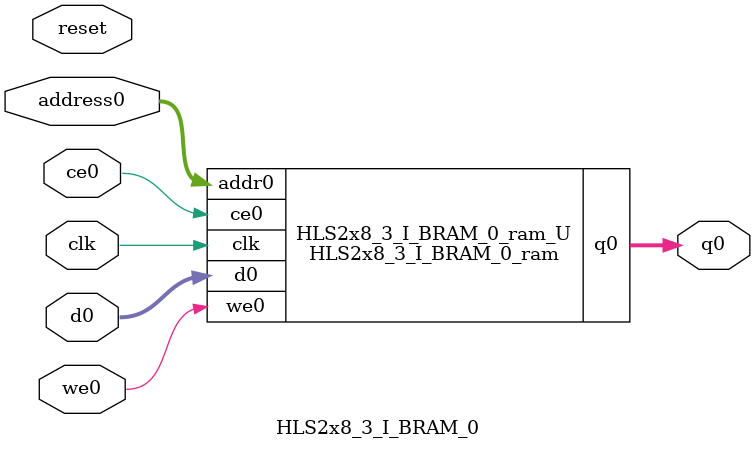
<source format=v>

`timescale 1 ns / 1 ps
module HLS2x8_3_I_BRAM_0_ram (addr0, ce0, d0, we0, q0,  clk);

parameter DWIDTH = 16;
parameter AWIDTH = 8;
parameter MEM_SIZE = 225;

input[AWIDTH-1:0] addr0;
input ce0;
input[DWIDTH-1:0] d0;
input we0;
output reg[DWIDTH-1:0] q0;
input clk;

(* ram_style = "block" *)reg [DWIDTH-1:0] ram[0:MEM_SIZE-1];




always @(posedge clk)  
begin 
    if (ce0) 
    begin
        if (we0) 
        begin 
            ram[addr0] <= d0; 
            q0 <= d0;
        end 
        else 
            q0 <= ram[addr0];
    end
end


endmodule


`timescale 1 ns / 1 ps
module HLS2x8_3_I_BRAM_0(
    reset,
    clk,
    address0,
    ce0,
    we0,
    d0,
    q0);

parameter DataWidth = 32'd16;
parameter AddressRange = 32'd225;
parameter AddressWidth = 32'd8;
input reset;
input clk;
input[AddressWidth - 1:0] address0;
input ce0;
input we0;
input[DataWidth - 1:0] d0;
output[DataWidth - 1:0] q0;



HLS2x8_3_I_BRAM_0_ram HLS2x8_3_I_BRAM_0_ram_U(
    .clk( clk ),
    .addr0( address0 ),
    .ce0( ce0 ),
    .d0( d0 ),
    .we0( we0 ),
    .q0( q0 ));

endmodule


</source>
